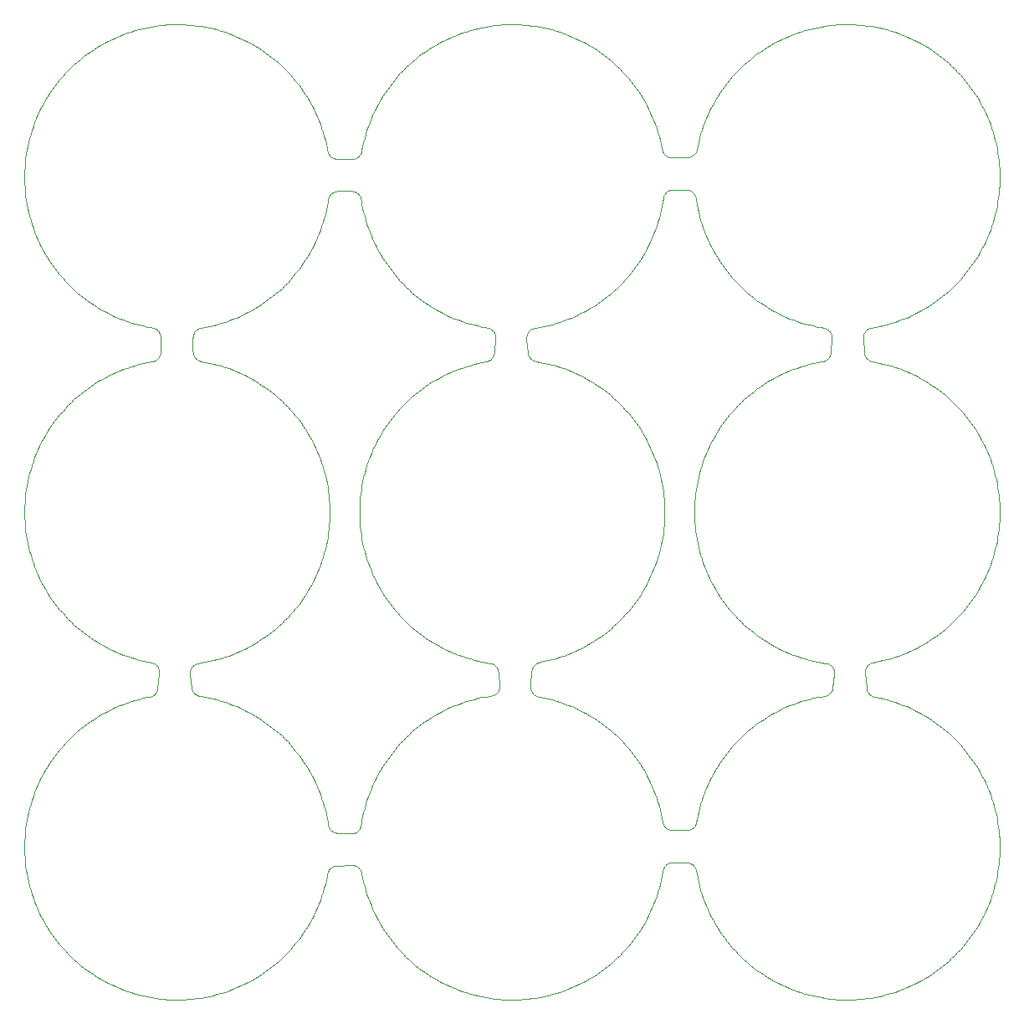
<source format=gko>
%MOIN*%
%OFA0B0*%
%FSLAX44Y44*%
%IPPOS*%
%LPD*%
%ADD10C,0*%
D10*
X00025453Y00031943D02*
X00025453Y00031943D01*
X00025458Y00031970D01*
X00025466Y00031997D01*
X00025475Y00032024D01*
X00025485Y00032050D01*
X00025498Y00032075D01*
X00025513Y00032099D01*
X00025529Y00032122D01*
X00025547Y00032144D01*
X00025566Y00032164D01*
X00025586Y00032183D01*
X00025608Y00032201D01*
X00025632Y00032216D01*
X00025656Y00032231D01*
X00025681Y00032243D01*
X00025707Y00032254D01*
X00025734Y00032262D01*
X00025761Y00032269D01*
X00025788Y00032274D01*
X00025816Y00032277D01*
X00025844Y00032278D01*
X00026362Y00032275D01*
X00026390Y00032274D01*
X00026418Y00032271D01*
X00026445Y00032266D01*
X00026473Y00032259D01*
X00026499Y00032250D01*
X00026525Y00032239D01*
X00026550Y00032226D01*
X00026574Y00032212D01*
X00026598Y00032195D01*
X00026619Y00032178D01*
X00026640Y00032158D01*
X00026659Y00032138D01*
X00026676Y00032116D01*
X00026692Y00032092D01*
X00026707Y00032068D01*
X00026719Y00032043D01*
X00026730Y00032017D01*
X00026738Y00031990D01*
X00026745Y00031963D01*
X00026750Y00031935D01*
X00026759Y00031868D01*
X00026786Y00031705D01*
X00026817Y00031543D01*
X00026853Y00031381D01*
X00026893Y00031220D01*
X00026937Y00031061D01*
X00026986Y00030903D01*
X00027039Y00030746D01*
X00027097Y00030591D01*
X00027158Y00030437D01*
X00027224Y00030286D01*
X00027293Y00030136D01*
X00027367Y00029988D01*
X00027445Y00029842D01*
X00027527Y00029698D01*
X00027612Y00029556D01*
X00027702Y00029417D01*
X00027795Y00029280D01*
X00027892Y00029146D01*
X00027992Y00029015D01*
X00028096Y00028886D01*
X00028204Y00028760D01*
X00028315Y00028637D01*
X00028429Y00028518D01*
X00028546Y00028401D01*
X00028667Y00028288D01*
X00028790Y00028178D01*
X00028917Y00028071D01*
X00029046Y00027968D01*
X00029178Y00027868D01*
X00029313Y00027772D01*
X00029451Y00027680D01*
X00029590Y00027592D01*
X00029732Y00027507D01*
X00029877Y00027426D01*
X00030023Y00027349D01*
X00030172Y00027277D01*
X00030322Y00027208D01*
X00030475Y00027143D01*
X00030629Y00027083D01*
X00030784Y00027027D01*
X00030941Y00026975D01*
X00031100Y00026927D01*
X00031259Y00026884D01*
X00031420Y00026845D01*
X00031582Y00026810D01*
X00031745Y00026780D01*
X00031835Y00026766D01*
X00031864Y00026760D01*
X00031892Y00026752D01*
X00031919Y00026742D01*
X00031946Y00026731D01*
X00031972Y00026717D01*
X00031996Y00026701D01*
X00032020Y00026684D01*
X00032042Y00026665D01*
X00032062Y00026644D01*
X00032081Y00026622D01*
X00032099Y00026599D01*
X00032114Y00026574D01*
X00032128Y00026548D01*
X00032140Y00026522D01*
X00032149Y00026494D01*
X00032157Y00026466D01*
X00032163Y00026438D01*
X00032166Y00026409D01*
X00032167Y00026379D01*
X00032167Y00026350D01*
X00032129Y00025795D01*
X00032127Y00025768D01*
X00032122Y00025742D01*
X00032116Y00025716D01*
X00032108Y00025691D01*
X00032099Y00025666D01*
X00032087Y00025642D01*
X00032074Y00025619D01*
X00032060Y00025597D01*
X00032044Y00025575D01*
X00032027Y00025555D01*
X00032009Y00025536D01*
X00031989Y00025519D01*
X00031968Y00025502D01*
X00031946Y00025487D01*
X00031923Y00025474D01*
X00031899Y00025462D01*
X00031875Y00025452D01*
X00031849Y00025444D01*
X00031824Y00025437D01*
X00031798Y00025432D01*
X00031745Y00025424D01*
X00031582Y00025393D01*
X00031420Y00025359D01*
X00031259Y00025320D01*
X00031100Y00025276D01*
X00030941Y00025229D01*
X00030784Y00025177D01*
X00030629Y00025120D01*
X00030475Y00025060D01*
X00030322Y00024995D01*
X00030172Y00024927D01*
X00030023Y00024854D01*
X00029877Y00024777D01*
X00029732Y00024696D01*
X00029590Y00024612D01*
X00029451Y00024523D01*
X00029313Y00024431D01*
X00029178Y00024335D01*
X00029046Y00024235D01*
X00028917Y00024132D01*
X00028790Y00024026D01*
X00028667Y00023915D01*
X00028546Y00023802D01*
X00028429Y00023686D01*
X00028315Y00023566D01*
X00028204Y00023443D01*
X00028096Y00023317D01*
X00027992Y00023189D01*
X00027892Y00023057D01*
X00027795Y00022923D01*
X00027702Y00022786D01*
X00027612Y00022647D01*
X00027527Y00022506D01*
X00027445Y00022362D01*
X00027367Y00022216D01*
X00027293Y00022068D01*
X00027224Y00021918D01*
X00027158Y00021766D01*
X00027097Y00021612D01*
X00027039Y00021457D01*
X00026986Y00021300D01*
X00026937Y00021142D01*
X00026893Y00020983D01*
X00026853Y00020822D01*
X00026817Y00020661D01*
X00026786Y00020498D01*
X00026759Y00020335D01*
X00026737Y00020171D01*
X00026719Y00020007D01*
X00026705Y00019842D01*
X00026696Y00019677D01*
X00026692Y00019511D01*
X00026692Y00019346D01*
X00026696Y00019180D01*
X00026705Y00019015D01*
X00026719Y00018850D01*
X00026737Y00018686D01*
X00026759Y00018522D01*
X00026786Y00018359D01*
X00026817Y00018196D01*
X00026853Y00018035D01*
X00026893Y00017874D01*
X00026937Y00017715D01*
X00026986Y00017557D01*
X00027039Y00017400D01*
X00027097Y00017245D01*
X00027158Y00017091D01*
X00027224Y00016939D01*
X00027293Y00016789D01*
X00027367Y00016641D01*
X00027445Y00016495D01*
X00027527Y00016351D01*
X00027612Y00016210D01*
X00027702Y00016071D01*
X00027795Y00015934D01*
X00027892Y00015800D01*
X00027992Y00015668D01*
X00028096Y00015540D01*
X00028204Y00015414D01*
X00028315Y00015291D01*
X00028429Y00015171D01*
X00028546Y00015055D01*
X00028667Y00014941D01*
X00028790Y00014831D01*
X00028917Y00014725D01*
X00029046Y00014622D01*
X00029178Y00014522D01*
X00029313Y00014426D01*
X00029451Y00014334D01*
X00029590Y00014245D01*
X00029732Y00014161D01*
X00029877Y00014080D01*
X00030023Y00014003D01*
X00030172Y00013930D01*
X00030322Y00013862D01*
X00030475Y00013797D01*
X00030629Y00013736D01*
X00030784Y00013680D01*
X00030941Y00013628D01*
X00031100Y00013581D01*
X00031259Y00013537D01*
X00031420Y00013498D01*
X00031582Y00013464D01*
X00031745Y00013433D01*
X00031908Y00013408D01*
X00031927Y00013405D01*
X00031957Y00013400D01*
X00031987Y00013393D01*
X00032016Y00013383D01*
X00032045Y00013371D01*
X00032072Y00013357D01*
X00032098Y00013340D01*
X00032122Y00013322D01*
X00032146Y00013302D01*
X00032167Y00013280D01*
X00032187Y00013257D01*
X00032205Y00013232D01*
X00032221Y00013205D01*
X00032235Y00013178D01*
X00032246Y00013149D01*
X00032256Y00013120D01*
X00032263Y00013090D01*
X00032267Y00013060D01*
X00032270Y00013029D01*
X00032270Y00012999D01*
X00032267Y00012968D01*
X00032204Y00012440D01*
X00032200Y00012415D01*
X00032195Y00012390D01*
X00032188Y00012365D01*
X00032179Y00012341D01*
X00032169Y00012318D01*
X00032157Y00012295D01*
X00032144Y00012273D01*
X00032130Y00012252D01*
X00032114Y00012232D01*
X00032097Y00012213D01*
X00032078Y00012196D01*
X00032059Y00012179D01*
X00032039Y00012164D01*
X00032017Y00012150D01*
X00031995Y00012137D01*
X00031972Y00012126D01*
X00031948Y00012117D01*
X00031924Y00012109D01*
X00031899Y00012102D01*
X00031874Y00012098D01*
X00031745Y00012077D01*
X00031582Y00012047D01*
X00031420Y00012012D01*
X00031259Y00011973D01*
X00031100Y00011930D01*
X00030941Y00011882D01*
X00030784Y00011830D01*
X00030629Y00011774D01*
X00030475Y00011714D01*
X00030322Y00011649D01*
X00030172Y00011580D01*
X00030023Y00011508D01*
X00029877Y00011431D01*
X00029732Y00011350D01*
X00029590Y00011265D01*
X00029451Y00011177D01*
X00029313Y00011085D01*
X00029178Y00010989D01*
X00029046Y00010889D01*
X00028917Y00010786D01*
X00028790Y00010679D01*
X00028667Y00010569D01*
X00028546Y00010456D01*
X00028429Y00010339D01*
X00028315Y00010219D01*
X00028204Y00010097D01*
X00028096Y00009971D01*
X00027992Y00009842D01*
X00027892Y00009711D01*
X00027795Y00009577D01*
X00027702Y00009440D01*
X00027612Y00009301D01*
X00027527Y00009159D01*
X00027445Y00009015D01*
X00027367Y00008869D01*
X00027293Y00008721D01*
X00027224Y00008571D01*
X00027158Y00008419D01*
X00027097Y00008266D01*
X00027039Y00008111D01*
X00026986Y00007954D01*
X00026937Y00007796D01*
X00026893Y00007636D01*
X00026853Y00007476D01*
X00026817Y00007314D01*
X00026786Y00007152D01*
X00026775Y00007085D01*
X00026769Y00007058D01*
X00026762Y00007032D01*
X00026753Y00007005D01*
X00026742Y00006980D01*
X00026729Y00006956D01*
X00026715Y00006932D01*
X00026699Y00006910D01*
X00026681Y00006888D01*
X00026662Y00006868D01*
X00026642Y00006850D01*
X00026620Y00006832D01*
X00026598Y00006817D01*
X00026574Y00006803D01*
X00026549Y00006791D01*
X00026523Y00006780D01*
X00026497Y00006771D01*
X00026470Y00006765D01*
X00026443Y00006760D01*
X00026416Y00006757D01*
X00026388Y00006755D01*
X00025818Y00006753D01*
X00025790Y00006754D01*
X00025763Y00006756D01*
X00025736Y00006761D01*
X00025709Y00006768D01*
X00025683Y00006776D01*
X00025657Y00006786D01*
X00025633Y00006798D01*
X00025609Y00006812D01*
X00025586Y00006827D01*
X00025564Y00006844D01*
X00025544Y00006862D01*
X00025524Y00006882D01*
X00025507Y00006903D01*
X00025490Y00006925D01*
X00025476Y00006949D01*
X00025463Y00006973D01*
X00025451Y00006998D01*
X00025442Y00007024D01*
X00025434Y00007050D01*
X00025428Y00007077D01*
X00025401Y00007233D01*
X00025367Y00007395D01*
X00025329Y00007556D01*
X00025287Y00007716D01*
X00025240Y00007875D01*
X00025189Y00008032D01*
X00025134Y00008188D01*
X00025075Y00008343D01*
X00025011Y00008496D01*
X00024944Y00008647D01*
X00024872Y00008796D01*
X00024796Y00008943D01*
X00024716Y00009088D01*
X00024632Y00009230D01*
X00024545Y00009371D01*
X00024454Y00009509D01*
X00024359Y00009644D01*
X00024260Y00009777D01*
X00024158Y00009907D01*
X00024052Y00010034D01*
X00023943Y00010158D01*
X00023830Y00010280D01*
X00023714Y00010398D01*
X00023595Y00010513D01*
X00023473Y00010625D01*
X00023348Y00010733D01*
X00023220Y00010838D01*
X00023090Y00010939D01*
X00022956Y00011037D01*
X00022820Y00011131D01*
X00022681Y00011222D01*
X00022541Y00011308D01*
X00022397Y00011391D01*
X00022252Y00011470D01*
X00022104Y00011544D01*
X00021955Y00011615D01*
X00021803Y00011682D01*
X00021650Y00011744D01*
X00021495Y00011803D01*
X00021339Y00011857D01*
X00021181Y00011907D01*
X00021022Y00011952D01*
X00020862Y00011993D01*
X00020701Y00012030D01*
X00020538Y00012063D01*
X00020492Y00012071D01*
X00020464Y00012077D01*
X00020436Y00012085D01*
X00020409Y00012095D01*
X00020382Y00012107D01*
X00020357Y00012121D01*
X00020332Y00012136D01*
X00020309Y00012154D01*
X00020288Y00012173D01*
X00020267Y00012194D01*
X00020249Y00012216D01*
X00020232Y00012240D01*
X00020216Y00012265D01*
X00020203Y00012290D01*
X00020192Y00012317D01*
X00020182Y00012344D01*
X00020175Y00012373D01*
X00020169Y00012401D01*
X00020166Y00012430D01*
X00020165Y00012459D01*
X00020166Y00012488D01*
X00020211Y00013089D01*
X00020214Y00013115D01*
X00020219Y00013141D01*
X00020225Y00013166D01*
X00020233Y00013191D01*
X00020242Y00013215D01*
X00020254Y00013239D01*
X00020266Y00013262D01*
X00020280Y00013284D01*
X00020296Y00013305D01*
X00020313Y00013325D01*
X00020331Y00013343D01*
X00020350Y00013361D01*
X00020371Y00013377D01*
X00020392Y00013392D01*
X00020415Y00013405D01*
X00020438Y00013417D01*
X00020462Y00013427D01*
X00020487Y00013436D01*
X00020512Y00013443D01*
X00020537Y00013448D01*
X00020538Y00013448D01*
X00020701Y00013480D01*
X00020862Y00013517D01*
X00021022Y00013558D01*
X00021181Y00013604D01*
X00021339Y00013654D01*
X00021495Y00013708D01*
X00021650Y00013766D01*
X00021803Y00013829D01*
X00021955Y00013895D01*
X00022104Y00013966D01*
X00022252Y00014041D01*
X00022397Y00014120D01*
X00022541Y00014202D01*
X00022681Y00014289D01*
X00022820Y00014379D01*
X00022956Y00014474D01*
X00023090Y00014571D01*
X00023220Y00014673D01*
X00023348Y00014778D01*
X00023473Y00014886D01*
X00023595Y00014998D01*
X00023714Y00015113D01*
X00023830Y00015231D01*
X00023943Y00015352D01*
X00024052Y00015476D01*
X00024158Y00015604D01*
X00024260Y00015734D01*
X00024359Y00015867D01*
X00024454Y00016002D01*
X00024545Y00016140D01*
X00024632Y00016280D01*
X00024716Y00016423D01*
X00024796Y00016568D01*
X00024872Y00016715D01*
X00024944Y00016864D01*
X00025011Y00017015D01*
X00025075Y00017168D01*
X00025134Y00017322D01*
X00025189Y00017478D01*
X00025240Y00017636D01*
X00025287Y00017794D01*
X00025329Y00017954D01*
X00025367Y00018115D01*
X00025401Y00018277D01*
X00025430Y00018440D01*
X00025454Y00018604D01*
X00025475Y00018768D01*
X00025490Y00018933D01*
X00025502Y00019098D01*
X00025508Y00019263D01*
X00025511Y00019428D01*
X00025508Y00019594D01*
X00025502Y00019759D01*
X00025490Y00019924D01*
X00025475Y00020089D01*
X00025454Y00020253D01*
X00025430Y00020417D01*
X00025401Y00020580D01*
X00025367Y00020742D01*
X00025329Y00020903D01*
X00025287Y00021063D01*
X00025240Y00021221D01*
X00025189Y00021379D01*
X00025134Y00021535D01*
X00025075Y00021689D01*
X00025011Y00021842D01*
X00024944Y00021993D01*
X00024872Y00022142D01*
X00024796Y00022289D01*
X00024716Y00022434D01*
X00024632Y00022577D01*
X00024545Y00022717D01*
X00024454Y00022855D01*
X00024359Y00022990D01*
X00024260Y00023123D01*
X00024158Y00023253D01*
X00024052Y00023380D01*
X00023943Y00023505D01*
X00023830Y00023626D01*
X00023714Y00023744D01*
X00023595Y00023859D01*
X00023473Y00023971D01*
X00023348Y00024079D01*
X00023220Y00024184D01*
X00023090Y00024286D01*
X00022956Y00024383D01*
X00022820Y00024477D01*
X00022681Y00024568D01*
X00022541Y00024654D01*
X00022397Y00024737D01*
X00022252Y00024816D01*
X00022104Y00024891D01*
X00021955Y00024962D01*
X00021803Y00025028D01*
X00021650Y00025091D01*
X00021495Y00025149D01*
X00021339Y00025203D01*
X00021181Y00025253D01*
X00021022Y00025299D01*
X00020862Y00025340D01*
X00020701Y00025377D01*
X00020538Y00025409D01*
X00020380Y00025436D01*
X00020355Y00025441D01*
X00020330Y00025448D01*
X00020306Y00025457D01*
X00020282Y00025467D01*
X00020259Y00025478D01*
X00020236Y00025491D01*
X00020215Y00025506D01*
X00020195Y00025522D01*
X00020175Y00025539D01*
X00020157Y00025558D01*
X00020140Y00025577D01*
X00020125Y00025598D01*
X00020111Y00025619D01*
X00020098Y00025642D01*
X00020087Y00025665D01*
X00020077Y00025689D01*
X00020069Y00025714D01*
X00020063Y00025739D01*
X00020058Y00025764D01*
X00020055Y00025790D01*
X00020007Y00026338D01*
X00020006Y00026368D01*
X00020006Y00026397D01*
X00020009Y00026427D01*
X00020015Y00026456D01*
X00020022Y00026485D01*
X00020032Y00026513D01*
X00020044Y00026541D01*
X00020057Y00026567D01*
X00020073Y00026593D01*
X00020091Y00026617D01*
X00020110Y00026639D01*
X00020131Y00026660D01*
X00020154Y00026680D01*
X00020178Y00026698D01*
X00020203Y00026713D01*
X00020230Y00026727D01*
X00020257Y00026739D01*
X00020285Y00026749D01*
X00020314Y00026756D01*
X00020343Y00026762D01*
X00020375Y00026766D01*
X00020538Y00026794D01*
X00020701Y00026827D01*
X00020862Y00026864D01*
X00021022Y00026905D01*
X00021181Y00026950D01*
X00021339Y00027000D01*
X00021495Y00027054D01*
X00021650Y00027113D01*
X00021803Y00027175D01*
X00021955Y00027242D01*
X00022104Y00027313D01*
X00022252Y00027387D01*
X00022397Y00027466D01*
X00022541Y00027549D01*
X00022681Y00027635D01*
X00022820Y00027726D01*
X00022956Y00027820D01*
X00023090Y00027918D01*
X00023220Y00028019D01*
X00023348Y00028124D01*
X00023473Y00028232D01*
X00023595Y00028344D01*
X00023714Y00028459D01*
X00023830Y00028577D01*
X00023943Y00028699D01*
X00024052Y00028823D01*
X00024158Y00028950D01*
X00024260Y00029080D01*
X00024359Y00029213D01*
X00024454Y00029348D01*
X00024545Y00029486D01*
X00024632Y00029627D01*
X00024716Y00029769D01*
X00024796Y00029914D01*
X00024872Y00030061D01*
X00024944Y00030210D01*
X00025011Y00030361D01*
X00025075Y00030514D01*
X00025134Y00030669D01*
X00025189Y00030824D01*
X00025240Y00030982D01*
X00025287Y00031141D01*
X00025329Y00031301D01*
X00025367Y00031462D01*
X00025401Y00031624D01*
X00025430Y00031787D01*
X00025453Y00031943D01*
X00012097Y00031878D02*
X00012097Y00031878D01*
X00012097Y00031878D01*
X00012103Y00031905D01*
X00012110Y00031932D01*
X00012118Y00031958D01*
X00012129Y00031984D01*
X00012142Y00032009D01*
X00012156Y00032033D01*
X00012172Y00032055D01*
X00012189Y00032077D01*
X00012208Y00032097D01*
X00012228Y00032116D01*
X00012250Y00032134D01*
X00012273Y00032150D01*
X00012297Y00032164D01*
X00012322Y00032176D01*
X00012347Y00032187D01*
X00012373Y00032196D01*
X00012400Y00032203D01*
X00012428Y00032208D01*
X00012455Y00032212D01*
X00012483Y00032213D01*
X00013018Y00032218D01*
X00013046Y00032217D01*
X00013075Y00032214D01*
X00013103Y00032210D01*
X00013130Y00032203D01*
X00013157Y00032194D01*
X00013183Y00032183D01*
X00013209Y00032170D01*
X00013233Y00032156D01*
X00013257Y00032140D01*
X00013279Y00032122D01*
X00013300Y00032103D01*
X00013319Y00032082D01*
X00013337Y00032060D01*
X00013353Y00032036D01*
X00013368Y00032012D01*
X00013380Y00031986D01*
X00013391Y00031960D01*
X00013400Y00031933D01*
X00013407Y00031906D01*
X00013412Y00031878D01*
X00013413Y00031868D01*
X00013440Y00031705D01*
X00013471Y00031543D01*
X00013507Y00031381D01*
X00013547Y00031220D01*
X00013591Y00031061D01*
X00013640Y00030903D01*
X00013693Y00030746D01*
X00013750Y00030591D01*
X00013812Y00030437D01*
X00013878Y00030286D01*
X00013947Y00030136D01*
X00014021Y00029988D01*
X00014099Y00029842D01*
X00014181Y00029698D01*
X00014266Y00029556D01*
X00014356Y00029417D01*
X00014449Y00029280D01*
X00014546Y00029146D01*
X00014646Y00029015D01*
X00014750Y00028886D01*
X00014858Y00028760D01*
X00014969Y00028637D01*
X00015083Y00028518D01*
X00015200Y00028401D01*
X00015321Y00028288D01*
X00015444Y00028178D01*
X00015571Y00028071D01*
X00015700Y00027968D01*
X00015832Y00027868D01*
X00015967Y00027772D01*
X00016104Y00027680D01*
X00016244Y00027592D01*
X00016386Y00027507D01*
X00016531Y00027426D01*
X00016677Y00027349D01*
X00016826Y00027277D01*
X00016976Y00027208D01*
X00017129Y00027143D01*
X00017283Y00027083D01*
X00017438Y00027027D01*
X00017595Y00026975D01*
X00017754Y00026927D01*
X00017913Y00026884D01*
X00018074Y00026845D01*
X00018236Y00026810D01*
X00018399Y00026780D01*
X00018435Y00026774D01*
X00018464Y00026768D01*
X00018493Y00026760D01*
X00018520Y00026751D01*
X00018547Y00026739D01*
X00018573Y00026725D01*
X00018598Y00026709D01*
X00018622Y00026691D01*
X00018644Y00026672D01*
X00018665Y00026651D01*
X00018684Y00026628D01*
X00018701Y00026604D01*
X00018717Y00026579D01*
X00018730Y00026553D01*
X00018742Y00026526D01*
X00018751Y00026498D01*
X00018759Y00026469D01*
X00018764Y00026440D01*
X00018767Y00026411D01*
X00018768Y00026382D01*
X00018766Y00026352D01*
X00018718Y00025777D01*
X00018715Y00025752D01*
X00018710Y00025727D01*
X00018704Y00025702D01*
X00018696Y00025677D01*
X00018687Y00025654D01*
X00018676Y00025630D01*
X00018663Y00025608D01*
X00018649Y00025586D01*
X00018634Y00025566D01*
X00018618Y00025546D01*
X00018600Y00025528D01*
X00018581Y00025511D01*
X00018561Y00025495D01*
X00018540Y00025480D01*
X00018518Y00025467D01*
X00018495Y00025455D01*
X00018471Y00025445D01*
X00018447Y00025436D01*
X00018423Y00025429D01*
X00018397Y00025423D01*
X00018236Y00025393D01*
X00018074Y00025359D01*
X00017913Y00025320D01*
X00017754Y00025276D01*
X00017595Y00025229D01*
X00017438Y00025177D01*
X00017283Y00025120D01*
X00017129Y00025060D01*
X00016976Y00024995D01*
X00016826Y00024927D01*
X00016677Y00024854D01*
X00016531Y00024777D01*
X00016386Y00024696D01*
X00016244Y00024612D01*
X00016104Y00024523D01*
X00015967Y00024431D01*
X00015832Y00024335D01*
X00015700Y00024235D01*
X00015571Y00024132D01*
X00015444Y00024026D01*
X00015321Y00023915D01*
X00015200Y00023802D01*
X00015083Y00023686D01*
X00014969Y00023566D01*
X00014858Y00023443D01*
X00014750Y00023317D01*
X00014646Y00023189D01*
X00014546Y00023057D01*
X00014449Y00022923D01*
X00014356Y00022786D01*
X00014266Y00022647D01*
X00014181Y00022506D01*
X00014099Y00022362D01*
X00014021Y00022216D01*
X00013947Y00022068D01*
X00013878Y00021918D01*
X00013812Y00021766D01*
X00013750Y00021612D01*
X00013693Y00021457D01*
X00013640Y00021300D01*
X00013591Y00021142D01*
X00013547Y00020983D01*
X00013507Y00020822D01*
X00013471Y00020661D01*
X00013440Y00020498D01*
X00013413Y00020335D01*
X00013391Y00020171D01*
X00013373Y00020007D01*
X00013359Y00019842D01*
X00013350Y00019677D01*
X00013346Y00019511D01*
X00013346Y00019346D01*
X00013350Y00019180D01*
X00013359Y00019015D01*
X00013373Y00018850D01*
X00013391Y00018686D01*
X00013413Y00018522D01*
X00013440Y00018359D01*
X00013471Y00018196D01*
X00013507Y00018035D01*
X00013547Y00017874D01*
X00013591Y00017715D01*
X00013640Y00017557D01*
X00013693Y00017400D01*
X00013750Y00017245D01*
X00013812Y00017091D01*
X00013878Y00016939D01*
X00013947Y00016789D01*
X00014021Y00016641D01*
X00014099Y00016495D01*
X00014181Y00016351D01*
X00014266Y00016210D01*
X00014356Y00016071D01*
X00014449Y00015934D01*
X00014546Y00015800D01*
X00014646Y00015668D01*
X00014750Y00015540D01*
X00014858Y00015414D01*
X00014969Y00015291D01*
X00015083Y00015171D01*
X00015200Y00015055D01*
X00015321Y00014941D01*
X00015444Y00014831D01*
X00015571Y00014725D01*
X00015700Y00014622D01*
X00015832Y00014522D01*
X00015967Y00014426D01*
X00016104Y00014334D01*
X00016244Y00014245D01*
X00016386Y00014161D01*
X00016531Y00014080D01*
X00016677Y00014003D01*
X00016826Y00013930D01*
X00016976Y00013862D01*
X00017129Y00013797D01*
X00017283Y00013736D01*
X00017438Y00013680D01*
X00017595Y00013628D01*
X00017754Y00013581D01*
X00017913Y00013537D01*
X00018074Y00013498D01*
X00018236Y00013464D01*
X00018399Y00013433D01*
X00018550Y00013410D01*
X00018575Y00013405D01*
X00018600Y00013398D01*
X00018625Y00013390D01*
X00018649Y00013380D01*
X00018672Y00013369D01*
X00018695Y00013356D01*
X00018716Y00013342D01*
X00018737Y00013326D01*
X00018756Y00013309D01*
X00018775Y00013291D01*
X00018792Y00013272D01*
X00018808Y00013252D01*
X00018822Y00013230D01*
X00018835Y00013208D01*
X00018847Y00013185D01*
X00018857Y00013161D01*
X00018865Y00013136D01*
X00018872Y00013112D01*
X00018877Y00013086D01*
X00018880Y00013061D01*
X00018934Y00012537D01*
X00018936Y00012507D01*
X00018935Y00012477D01*
X00018933Y00012446D01*
X00018928Y00012417D01*
X00018920Y00012387D01*
X00018911Y00012358D01*
X00018899Y00012330D01*
X00018885Y00012303D01*
X00018869Y00012277D01*
X00018851Y00012253D01*
X00018831Y00012230D01*
X00018810Y00012208D01*
X00018787Y00012189D01*
X00018762Y00012171D01*
X00018736Y00012155D01*
X00018709Y00012141D01*
X00018681Y00012129D01*
X00018652Y00012119D01*
X00018623Y00012112D01*
X00018593Y00012107D01*
X00018562Y00012103D01*
X00018399Y00012077D01*
X00018236Y00012047D01*
X00018074Y00012012D01*
X00017913Y00011973D01*
X00017754Y00011930D01*
X00017595Y00011882D01*
X00017438Y00011830D01*
X00017283Y00011774D01*
X00017129Y00011714D01*
X00016976Y00011649D01*
X00016826Y00011580D01*
X00016677Y00011508D01*
X00016531Y00011431D01*
X00016386Y00011350D01*
X00016244Y00011265D01*
X00016104Y00011177D01*
X00015967Y00011085D01*
X00015832Y00010989D01*
X00015700Y00010889D01*
X00015571Y00010786D01*
X00015444Y00010679D01*
X00015321Y00010569D01*
X00015200Y00010456D01*
X00015083Y00010339D01*
X00014969Y00010219D01*
X00014858Y00010097D01*
X00014750Y00009971D01*
X00014646Y00009842D01*
X00014546Y00009711D01*
X00014449Y00009577D01*
X00014356Y00009440D01*
X00014266Y00009301D01*
X00014181Y00009159D01*
X00014099Y00009015D01*
X00014021Y00008869D01*
X00013947Y00008721D01*
X00013878Y00008571D01*
X00013812Y00008419D01*
X00013750Y00008266D01*
X00013693Y00008111D01*
X00013640Y00007954D01*
X00013591Y00007796D01*
X00013547Y00007636D01*
X00013507Y00007476D01*
X00013471Y00007314D01*
X00013440Y00007152D01*
X00013413Y00006989D01*
X00013409Y00006957D01*
X00013404Y00006928D01*
X00013396Y00006900D01*
X00013387Y00006872D01*
X00013376Y00006845D01*
X00013363Y00006820D01*
X00013348Y00006795D01*
X00013331Y00006771D01*
X00013313Y00006748D01*
X00013293Y00006727D01*
X00013271Y00006708D01*
X00013248Y00006690D01*
X00013224Y00006674D01*
X00013199Y00006660D01*
X00013172Y00006648D01*
X00013145Y00006637D01*
X00013117Y00006629D01*
X00013089Y00006623D01*
X00013060Y00006619D01*
X00013031Y00006617D01*
X00013002Y00006617D01*
X00012471Y00006639D01*
X00012444Y00006641D01*
X00012417Y00006645D01*
X00012391Y00006650D01*
X00012365Y00006658D01*
X00012339Y00006667D01*
X00012314Y00006678D01*
X00012290Y00006691D01*
X00012267Y00006706D01*
X00012245Y00006722D01*
X00012225Y00006739D01*
X00012205Y00006758D01*
X00012187Y00006778D01*
X00012170Y00006799D01*
X00012155Y00006822D01*
X00012141Y00006845D01*
X00012129Y00006869D01*
X00012119Y00006895D01*
X00012110Y00006920D01*
X00012103Y00006947D01*
X00012098Y00006973D01*
X00012084Y00007070D01*
X00012055Y00007233D01*
X00012021Y00007395D01*
X00011983Y00007556D01*
X00011941Y00007716D01*
X00011894Y00007875D01*
X00011843Y00008032D01*
X00011788Y00008188D01*
X00011729Y00008343D01*
X00011665Y00008496D01*
X00011597Y00008647D01*
X00011526Y00008796D01*
X00011450Y00008943D01*
X00011370Y00009088D01*
X00011286Y00009230D01*
X00011199Y00009371D01*
X00011108Y00009509D01*
X00011012Y00009644D01*
X00010914Y00009777D01*
X00010811Y00009907D01*
X00010706Y00010034D01*
X00010597Y00010158D01*
X00010484Y00010280D01*
X00010368Y00010398D01*
X00010249Y00010513D01*
X00010127Y00010625D01*
X00010002Y00010733D01*
X00009874Y00010838D01*
X00009743Y00010939D01*
X00009610Y00011037D01*
X00009474Y00011131D01*
X00009335Y00011222D01*
X00009194Y00011308D01*
X00009051Y00011391D01*
X00008906Y00011470D01*
X00008758Y00011544D01*
X00008609Y00011615D01*
X00008457Y00011682D01*
X00008304Y00011744D01*
X00008149Y00011803D01*
X00007993Y00011857D01*
X00007835Y00011907D01*
X00007676Y00011952D01*
X00007516Y00011993D01*
X00007354Y00012030D01*
X00007192Y00012063D01*
X00007029Y00012091D01*
X00006994Y00012096D01*
X00006969Y00012100D01*
X00006944Y00012106D01*
X00006919Y00012114D01*
X00006895Y00012124D01*
X00006871Y00012135D01*
X00006849Y00012147D01*
X00006827Y00012161D01*
X00006806Y00012176D01*
X00006787Y00012193D01*
X00006768Y00012211D01*
X00006751Y00012230D01*
X00006734Y00012250D01*
X00006720Y00012271D01*
X00006706Y00012294D01*
X00006695Y00012317D01*
X00006684Y00012340D01*
X00006675Y00012365D01*
X00006668Y00012389D01*
X00006663Y00012415D01*
X00006659Y00012440D01*
X00006598Y00012971D01*
X00006595Y00013002D01*
X00006595Y00013032D01*
X00006598Y00013062D01*
X00006602Y00013092D01*
X00006609Y00013122D01*
X00006619Y00013151D01*
X00006630Y00013179D01*
X00006644Y00013206D01*
X00006659Y00013232D01*
X00006677Y00013257D01*
X00006696Y00013280D01*
X00006718Y00013302D01*
X00006740Y00013322D01*
X00006765Y00013340D01*
X00006790Y00013356D01*
X00006817Y00013371D01*
X00006845Y00013383D01*
X00006874Y00013393D01*
X00006903Y00013401D01*
X00006933Y00013406D01*
X00007029Y00013420D01*
X00007192Y00013448D01*
X00007354Y00013480D01*
X00007516Y00013517D01*
X00007676Y00013558D01*
X00007835Y00013604D01*
X00007993Y00013654D01*
X00008149Y00013708D01*
X00008304Y00013766D01*
X00008457Y00013829D01*
X00008609Y00013895D01*
X00008758Y00013966D01*
X00008906Y00014041D01*
X00009051Y00014120D01*
X00009194Y00014202D01*
X00009335Y00014289D01*
X00009474Y00014379D01*
X00009610Y00014474D01*
X00009743Y00014571D01*
X00009874Y00014673D01*
X00010002Y00014778D01*
X00010127Y00014886D01*
X00010249Y00014998D01*
X00010368Y00015113D01*
X00010484Y00015231D01*
X00010597Y00015352D01*
X00010706Y00015476D01*
X00010811Y00015604D01*
X00010914Y00015734D01*
X00011012Y00015867D01*
X00011108Y00016002D01*
X00011199Y00016140D01*
X00011286Y00016280D01*
X00011370Y00016423D01*
X00011450Y00016568D01*
X00011526Y00016715D01*
X00011597Y00016864D01*
X00011665Y00017015D01*
X00011729Y00017168D01*
X00011788Y00017322D01*
X00011843Y00017478D01*
X00011894Y00017636D01*
X00011941Y00017794D01*
X00011983Y00017954D01*
X00012021Y00018115D01*
X00012055Y00018277D01*
X00012084Y00018440D01*
X00012108Y00018604D01*
X00012128Y00018768D01*
X00012144Y00018933D01*
X00012155Y00019098D01*
X00012162Y00019263D01*
X00012164Y00019428D01*
X00012162Y00019594D01*
X00012155Y00019759D01*
X00012144Y00019924D01*
X00012128Y00020089D01*
X00012108Y00020253D01*
X00012084Y00020417D01*
X00012055Y00020580D01*
X00012021Y00020742D01*
X00011983Y00020903D01*
X00011941Y00021063D01*
X00011894Y00021221D01*
X00011843Y00021379D01*
X00011788Y00021535D01*
X00011729Y00021689D01*
X00011665Y00021842D01*
X00011597Y00021993D01*
X00011526Y00022142D01*
X00011450Y00022289D01*
X00011370Y00022434D01*
X00011286Y00022577D01*
X00011199Y00022717D01*
X00011108Y00022855D01*
X00011012Y00022990D01*
X00010914Y00023123D01*
X00010811Y00023253D01*
X00010706Y00023380D01*
X00010597Y00023505D01*
X00010484Y00023626D01*
X00010368Y00023744D01*
X00010249Y00023859D01*
X00010127Y00023971D01*
X00010002Y00024079D01*
X00009874Y00024184D01*
X00009743Y00024286D01*
X00009610Y00024383D01*
X00009474Y00024477D01*
X00009335Y00024568D01*
X00009194Y00024654D01*
X00009051Y00024737D01*
X00008906Y00024816D01*
X00008758Y00024891D01*
X00008609Y00024962D01*
X00008457Y00025028D01*
X00008304Y00025091D01*
X00008149Y00025149D01*
X00007993Y00025203D01*
X00007835Y00025253D01*
X00007676Y00025299D01*
X00007516Y00025340D01*
X00007354Y00025377D01*
X00007192Y00025409D01*
X00007038Y00025436D01*
X00007011Y00025441D01*
X00006984Y00025449D01*
X00006958Y00025458D01*
X00006933Y00025469D01*
X00006909Y00025482D01*
X00006885Y00025496D01*
X00006863Y00025513D01*
X00006842Y00025530D01*
X00006822Y00025549D01*
X00006803Y00025570D01*
X00006786Y00025592D01*
X00006771Y00025614D01*
X00006757Y00025638D01*
X00006745Y00025663D01*
X00006734Y00025689D01*
X00006726Y00025715D01*
X00006719Y00025742D01*
X00006714Y00025769D01*
X00006712Y00025796D01*
X00006711Y00025824D01*
X00006711Y00026380D01*
X00006712Y00026408D01*
X00006715Y00026435D01*
X00006720Y00026462D01*
X00006726Y00026489D01*
X00006735Y00026515D01*
X00006745Y00026541D01*
X00006757Y00026565D01*
X00006771Y00026589D01*
X00006787Y00026612D01*
X00006804Y00026634D01*
X00006822Y00026654D01*
X00006842Y00026673D01*
X00006863Y00026691D01*
X00006885Y00026707D01*
X00006909Y00026721D01*
X00006933Y00026734D01*
X00006959Y00026745D01*
X00006984Y00026755D01*
X00007011Y00026762D01*
X00007038Y00026768D01*
X00007192Y00026794D01*
X00007354Y00026827D01*
X00007516Y00026864D01*
X00007676Y00026905D01*
X00007835Y00026950D01*
X00007993Y00027000D01*
X00008149Y00027054D01*
X00008304Y00027113D01*
X00008457Y00027175D01*
X00008609Y00027242D01*
X00008758Y00027313D01*
X00008906Y00027387D01*
X00009051Y00027466D01*
X00009194Y00027549D01*
X00009335Y00027635D01*
X00009474Y00027726D01*
X00009610Y00027820D01*
X00009743Y00027918D01*
X00009874Y00028019D01*
X00010002Y00028124D01*
X00010127Y00028232D01*
X00010249Y00028344D01*
X00010368Y00028459D01*
X00010484Y00028577D01*
X00010597Y00028699D01*
X00010706Y00028823D01*
X00010811Y00028950D01*
X00010914Y00029080D01*
X00011012Y00029213D01*
X00011108Y00029348D01*
X00011199Y00029486D01*
X00011286Y00029627D01*
X00011370Y00029769D01*
X00011450Y00029914D01*
X00011526Y00030061D01*
X00011597Y00030210D01*
X00011665Y00030361D01*
X00011729Y00030514D01*
X00011788Y00030669D01*
X00011843Y00030824D01*
X00011894Y00030982D01*
X00011941Y00031141D01*
X00011983Y00031301D01*
X00012021Y00031462D01*
X00012055Y00031624D01*
X00012084Y00031787D01*
X00012097Y00031878D01*
X00013436Y00033824D02*
X00013436Y00033824D01*
X00013431Y00033796D01*
X00013423Y00033769D01*
X00013414Y00033743D01*
X00013403Y00033718D01*
X00013390Y00033693D01*
X00013375Y00033669D01*
X00013359Y00033647D01*
X00013341Y00033625D01*
X00013322Y00033605D01*
X00013301Y00033586D01*
X00013279Y00033569D01*
X00013256Y00033554D01*
X00013232Y00033540D01*
X00013207Y00033528D01*
X00013181Y00033517D01*
X00013155Y00033509D01*
X00013128Y00033502D01*
X00013100Y00033497D01*
X00013072Y00033495D01*
X00013044Y00033494D01*
X00012457Y00033499D01*
X00012430Y00033500D01*
X00012403Y00033503D01*
X00012376Y00033508D01*
X00012349Y00033515D01*
X00012324Y00033524D01*
X00012298Y00033534D01*
X00012274Y00033546D01*
X00012250Y00033560D01*
X00012228Y00033575D01*
X00012206Y00033592D01*
X00012186Y00033610D01*
X00012167Y00033630D01*
X00012150Y00033651D01*
X00012134Y00033673D01*
X00012119Y00033696D01*
X00012107Y00033720D01*
X00012095Y00033745D01*
X00012086Y00033771D01*
X00012079Y00033797D01*
X00012073Y00033824D01*
X00012055Y00033926D01*
X00012021Y00034088D01*
X00011983Y00034249D01*
X00011941Y00034409D01*
X00011894Y00034568D01*
X00011843Y00034725D01*
X00011788Y00034881D01*
X00011729Y00035036D01*
X00011665Y00035188D01*
X00011597Y00035339D01*
X00011526Y00035488D01*
X00011450Y00035635D01*
X00011370Y00035780D01*
X00011286Y00035923D01*
X00011199Y00036063D01*
X00011108Y00036201D01*
X00011012Y00036337D01*
X00010914Y00036470D01*
X00010811Y00036600D01*
X00010706Y00036727D01*
X00010597Y00036851D01*
X00010484Y00036972D01*
X00010368Y00037091D01*
X00010249Y00037206D01*
X00010127Y00037317D01*
X00010002Y00037426D01*
X00009874Y00037531D01*
X00009743Y00037632D01*
X00009610Y00037730D01*
X00009474Y00037824D01*
X00009335Y00037914D01*
X00009194Y00038001D01*
X00009051Y00038084D01*
X00008906Y00038162D01*
X00008758Y00038237D01*
X00008609Y00038308D01*
X00008457Y00038375D01*
X00008304Y00038437D01*
X00008149Y00038495D01*
X00007993Y00038550D01*
X00007835Y00038599D01*
X00007676Y00038645D01*
X00007516Y00038686D01*
X00007354Y00038723D01*
X00007192Y00038755D01*
X00007029Y00038783D01*
X00006865Y00038807D01*
X00006701Y00038826D01*
X00006536Y00038841D01*
X00006371Y00038851D01*
X00006206Y00038856D01*
X00006040Y00038857D01*
X00005875Y00038854D01*
X00005710Y00038846D01*
X00005545Y00038834D01*
X00005380Y00038817D01*
X00005216Y00038796D01*
X00005053Y00038770D01*
X00004890Y00038740D01*
X00004728Y00038705D01*
X00004567Y00038666D01*
X00004408Y00038623D01*
X00004249Y00038575D01*
X00004092Y00038523D01*
X00003937Y00038467D01*
X00003783Y00038406D01*
X00003630Y00038342D01*
X00003480Y00038273D01*
X00003331Y00038200D01*
X00003185Y00038123D01*
X00003040Y00038043D01*
X00002898Y00037958D01*
X00002758Y00037869D01*
X00002621Y00037777D01*
X00002486Y00037681D01*
X00002354Y00037582D01*
X00002225Y00037478D01*
X00002098Y00037372D01*
X00001975Y00037262D01*
X00001854Y00037148D01*
X00001737Y00037032D01*
X00001623Y00036912D01*
X00001512Y00036789D01*
X00001404Y00036664D01*
X00001300Y00036535D01*
X00001200Y00036404D01*
X00001103Y00036269D01*
X00001010Y00036133D01*
X00000920Y00035994D01*
X00000835Y00035852D01*
X00000753Y00035708D01*
X00000675Y00035562D01*
X00000601Y00035414D01*
X00000532Y00035264D01*
X00000466Y00035112D01*
X00000404Y00034959D01*
X00000347Y00034803D01*
X00000294Y00034647D01*
X00000245Y00034489D01*
X00000201Y00034329D01*
X00000161Y00034169D01*
X00000125Y00034007D01*
X00000094Y00033845D01*
X00000067Y00033681D01*
X00000044Y00033517D01*
X00000026Y00033353D01*
X00000013Y00033188D01*
X00000004Y00033023D01*
X00000000Y00032858D01*
X00000000Y00032692D01*
X00000004Y00032527D01*
X00000013Y00032362D01*
X00000026Y00032197D01*
X00000044Y00032032D01*
X00000067Y00031868D01*
X00000094Y00031705D01*
X00000125Y00031543D01*
X00000161Y00031381D01*
X00000201Y00031220D01*
X00000245Y00031061D01*
X00000294Y00030903D01*
X00000347Y00030746D01*
X00000404Y00030591D01*
X00000466Y00030437D01*
X00000532Y00030286D01*
X00000601Y00030136D01*
X00000675Y00029988D01*
X00000753Y00029842D01*
X00000835Y00029698D01*
X00000920Y00029556D01*
X00001010Y00029417D01*
X00001103Y00029280D01*
X00001200Y00029146D01*
X00001300Y00029015D01*
X00001404Y00028886D01*
X00001512Y00028760D01*
X00001623Y00028637D01*
X00001737Y00028518D01*
X00001854Y00028401D01*
X00001975Y00028288D01*
X00002098Y00028178D01*
X00002225Y00028071D01*
X00002354Y00027968D01*
X00002486Y00027868D01*
X00002621Y00027772D01*
X00002758Y00027680D01*
X00002898Y00027592D01*
X00003040Y00027507D01*
X00003185Y00027426D01*
X00003331Y00027349D01*
X00003480Y00027277D01*
X00003630Y00027208D01*
X00003783Y00027143D01*
X00003937Y00027083D01*
X00004092Y00027027D01*
X00004249Y00026975D01*
X00004408Y00026927D01*
X00004567Y00026884D01*
X00004728Y00026845D01*
X00004890Y00026810D01*
X00005053Y00026780D01*
X00005091Y00026774D01*
X00005118Y00026768D01*
X00005145Y00026761D01*
X00005172Y00026752D01*
X00005197Y00026741D01*
X00005222Y00026728D01*
X00005246Y00026714D01*
X00005268Y00026698D01*
X00005290Y00026680D01*
X00005310Y00026661D01*
X00005329Y00026641D01*
X00005346Y00026619D01*
X00005362Y00026596D01*
X00005376Y00026572D01*
X00005388Y00026547D01*
X00005399Y00026521D01*
X00005408Y00026495D01*
X00005415Y00026468D01*
X00005419Y00026440D01*
X00005422Y00026413D01*
X00005423Y00026385D01*
X00005424Y00025819D01*
X00005423Y00025791D01*
X00005420Y00025763D01*
X00005415Y00025736D01*
X00005408Y00025709D01*
X00005399Y00025682D01*
X00005389Y00025657D01*
X00005377Y00025632D01*
X00005362Y00025608D01*
X00005347Y00025585D01*
X00005329Y00025563D01*
X00005311Y00025542D01*
X00005290Y00025523D01*
X00005269Y00025506D01*
X00005246Y00025489D01*
X00005222Y00025475D01*
X00005197Y00025462D01*
X00005172Y00025451D01*
X00005146Y00025442D01*
X00005119Y00025435D01*
X00005091Y00025430D01*
X00005053Y00025424D01*
X00004890Y00025393D01*
X00004728Y00025359D01*
X00004567Y00025320D01*
X00004408Y00025276D01*
X00004249Y00025229D01*
X00004092Y00025177D01*
X00003937Y00025120D01*
X00003783Y00025060D01*
X00003630Y00024995D01*
X00003480Y00024927D01*
X00003331Y00024854D01*
X00003185Y00024777D01*
X00003040Y00024696D01*
X00002898Y00024612D01*
X00002758Y00024523D01*
X00002621Y00024431D01*
X00002486Y00024335D01*
X00002354Y00024235D01*
X00002225Y00024132D01*
X00002098Y00024026D01*
X00001975Y00023915D01*
X00001854Y00023802D01*
X00001737Y00023686D01*
X00001623Y00023566D01*
X00001512Y00023443D01*
X00001404Y00023317D01*
X00001300Y00023189D01*
X00001200Y00023057D01*
X00001103Y00022923D01*
X00001010Y00022786D01*
X00000920Y00022647D01*
X00000835Y00022506D01*
X00000753Y00022362D01*
X00000675Y00022216D01*
X00000601Y00022068D01*
X00000532Y00021918D01*
X00000466Y00021766D01*
X00000404Y00021612D01*
X00000347Y00021457D01*
X00000294Y00021300D01*
X00000245Y00021142D01*
X00000201Y00020983D01*
X00000161Y00020822D01*
X00000125Y00020661D01*
X00000094Y00020498D01*
X00000067Y00020335D01*
X00000044Y00020171D01*
X00000026Y00020007D01*
X00000013Y00019842D01*
X00000004Y00019677D01*
X00000000Y00019511D01*
X00000000Y00019346D01*
X00000004Y00019180D01*
X00000013Y00019015D01*
X00000026Y00018850D01*
X00000044Y00018686D01*
X00000067Y00018522D01*
X00000094Y00018359D01*
X00000125Y00018196D01*
X00000161Y00018035D01*
X00000201Y00017874D01*
X00000245Y00017715D01*
X00000294Y00017557D01*
X00000347Y00017400D01*
X00000404Y00017245D01*
X00000466Y00017091D01*
X00000532Y00016939D01*
X00000601Y00016789D01*
X00000675Y00016641D01*
X00000753Y00016495D01*
X00000835Y00016351D01*
X00000920Y00016210D01*
X00001010Y00016071D01*
X00001103Y00015934D01*
X00001200Y00015800D01*
X00001300Y00015668D01*
X00001404Y00015540D01*
X00001512Y00015414D01*
X00001623Y00015291D01*
X00001737Y00015171D01*
X00001854Y00015055D01*
X00001975Y00014941D01*
X00002098Y00014831D01*
X00002225Y00014725D01*
X00002354Y00014622D01*
X00002486Y00014522D01*
X00002621Y00014426D01*
X00002758Y00014334D01*
X00002898Y00014245D01*
X00003040Y00014161D01*
X00003185Y00014080D01*
X00003331Y00014003D01*
X00003480Y00013930D01*
X00003630Y00013862D01*
X00003783Y00013797D01*
X00003937Y00013736D01*
X00004092Y00013680D01*
X00004249Y00013628D01*
X00004408Y00013581D01*
X00004567Y00013537D01*
X00004728Y00013498D01*
X00004890Y00013464D01*
X00005053Y00013433D01*
X00005081Y00013427D01*
X00005109Y00013418D01*
X00005137Y00013408D01*
X00005163Y00013395D01*
X00005189Y00013381D01*
X00005213Y00013364D01*
X00005236Y00013346D01*
X00005258Y00013326D01*
X00005278Y00013304D01*
X00005296Y00013282D01*
X00005313Y00013257D01*
X00005328Y00013232D01*
X00005341Y00013206D01*
X00005352Y00013178D01*
X00005360Y00013150D01*
X00005367Y00013122D01*
X00005372Y00013093D01*
X00005374Y00013063D01*
X00005374Y00013034D01*
X00005372Y00013005D01*
X00005309Y00012411D01*
X00005305Y00012386D01*
X00005300Y00012361D01*
X00005294Y00012337D01*
X00005286Y00012313D01*
X00005276Y00012290D01*
X00005265Y00012267D01*
X00005252Y00012245D01*
X00005238Y00012224D01*
X00005223Y00012204D01*
X00005206Y00012185D01*
X00005189Y00012167D01*
X00005170Y00012150D01*
X00005150Y00012135D01*
X00005129Y00012121D01*
X00005108Y00012108D01*
X00005085Y00012096D01*
X00005062Y00012086D01*
X00005038Y00012078D01*
X00005014Y00012071D01*
X00004989Y00012065D01*
X00004890Y00012047D01*
X00004728Y00012012D01*
X00004567Y00011973D01*
X00004408Y00011930D01*
X00004249Y00011882D01*
X00004092Y00011830D01*
X00003937Y00011774D01*
X00003783Y00011714D01*
X00003630Y00011649D01*
X00003480Y00011580D01*
X00003331Y00011508D01*
X00003185Y00011431D01*
X00003040Y00011350D01*
X00002898Y00011265D01*
X00002758Y00011177D01*
X00002621Y00011085D01*
X00002486Y00010989D01*
X00002354Y00010889D01*
X00002225Y00010786D01*
X00002098Y00010679D01*
X00001975Y00010569D01*
X00001854Y00010456D01*
X00001737Y00010339D01*
X00001623Y00010219D01*
X00001512Y00010097D01*
X00001404Y00009971D01*
X00001300Y00009842D01*
X00001200Y00009711D01*
X00001103Y00009577D01*
X00001010Y00009440D01*
X00000920Y00009301D01*
X00000835Y00009159D01*
X00000753Y00009015D01*
X00000675Y00008869D01*
X00000601Y00008721D01*
X00000532Y00008571D01*
X00000466Y00008419D01*
X00000404Y00008266D01*
X00000347Y00008111D01*
X00000294Y00007954D01*
X00000245Y00007796D01*
X00000201Y00007636D01*
X00000161Y00007476D01*
X00000125Y00007314D01*
X00000094Y00007152D01*
X00000067Y00006989D01*
X00000044Y00006825D01*
X00000026Y00006660D01*
X00000013Y00006495D01*
X00000004Y00006330D01*
X00000000Y00006165D01*
X00000000Y00005999D01*
X00000004Y00005834D01*
X00000013Y00005669D01*
X00000026Y00005504D01*
X00000044Y00005339D01*
X00000067Y00005176D01*
X00000094Y00005012D01*
X00000125Y00004850D01*
X00000161Y00004688D01*
X00000201Y00004528D01*
X00000245Y00004368D01*
X00000294Y00004210D01*
X00000347Y00004054D01*
X00000404Y00003898D01*
X00000466Y00003745D01*
X00000532Y00003593D01*
X00000601Y00003443D01*
X00000675Y00003295D01*
X00000753Y00003149D01*
X00000835Y00003005D01*
X00000920Y00002863D01*
X00001010Y00002724D01*
X00001103Y00002588D01*
X00001200Y00002453D01*
X00001300Y00002322D01*
X00001404Y00002193D01*
X00001512Y00002068D01*
X00001623Y00001945D01*
X00001737Y00001825D01*
X00001854Y00001708D01*
X00001975Y00001595D01*
X00002098Y00001485D01*
X00002225Y00001378D01*
X00002354Y00001275D01*
X00002486Y00001176D01*
X00002621Y00001080D01*
X00002758Y00000987D01*
X00002898Y00000899D01*
X00003040Y00000814D01*
X00003185Y00000734D01*
X00003331Y00000657D01*
X00003480Y00000584D01*
X00003630Y00000515D01*
X00003783Y00000451D01*
X00003937Y00000390D01*
X00004092Y00000334D01*
X00004249Y00000282D01*
X00004408Y00000234D01*
X00004567Y00000191D01*
X00004728Y00000152D01*
X00004890Y00000117D01*
X00005053Y00000087D01*
X00005216Y00000061D01*
X00005380Y00000040D01*
X00005545Y00000023D01*
X00005710Y00000011D01*
X00005875Y00000003D01*
X00006040Y00000000D01*
X00006206Y00000001D01*
X00006371Y00000006D01*
X00006536Y00000016D01*
X00006701Y00000031D01*
X00006865Y00000050D01*
X00007029Y00000074D01*
X00007192Y00000102D01*
X00007354Y00000134D01*
X00007516Y00000171D01*
X00007676Y00000212D01*
X00007835Y00000258D01*
X00007993Y00000307D01*
X00008149Y00000361D01*
X00008304Y00000420D01*
X00008457Y00000482D01*
X00008609Y00000549D01*
X00008758Y00000620D01*
X00008906Y00000695D01*
X00009051Y00000773D01*
X00009194Y00000856D01*
X00009335Y00000943D01*
X00009474Y00001033D01*
X00009610Y00001127D01*
X00009743Y00001225D01*
X00009874Y00001326D01*
X00010002Y00001431D01*
X00010127Y00001540D01*
X00010249Y00001651D01*
X00010368Y00001766D01*
X00010484Y00001885D01*
X00010597Y00002006D01*
X00010706Y00002130D01*
X00010811Y00002257D01*
X00010914Y00002387D01*
X00011012Y00002520D01*
X00011108Y00002656D01*
X00011199Y00002794D01*
X00011286Y00002934D01*
X00011370Y00003077D01*
X00011450Y00003222D01*
X00011526Y00003369D01*
X00011597Y00003518D01*
X00011665Y00003669D01*
X00011729Y00003821D01*
X00011788Y00003976D01*
X00011843Y00004132D01*
X00011894Y00004289D01*
X00011941Y00004448D01*
X00011983Y00004608D01*
X00012021Y00004769D01*
X00012055Y00004931D01*
X00012069Y00005011D01*
X00012074Y00005037D01*
X00012082Y00005063D01*
X00012091Y00005088D01*
X00012102Y00005112D01*
X00012114Y00005136D01*
X00012128Y00005159D01*
X00012143Y00005181D01*
X00012160Y00005201D01*
X00012178Y00005221D01*
X00012198Y00005239D01*
X00012219Y00005256D01*
X00012241Y00005271D01*
X00012263Y00005285D01*
X00012287Y00005297D01*
X00012311Y00005308D01*
X00012337Y00005317D01*
X00012362Y00005324D01*
X00012388Y00005330D01*
X00012415Y00005333D01*
X00012441Y00005335D01*
X00013034Y00005358D01*
X00013062Y00005358D01*
X00013091Y00005356D01*
X00013119Y00005352D01*
X00013147Y00005346D01*
X00013174Y00005338D01*
X00013200Y00005328D01*
X00013226Y00005316D01*
X00013251Y00005302D01*
X00013275Y00005286D01*
X00013298Y00005269D01*
X00013319Y00005250D01*
X00013339Y00005230D01*
X00013358Y00005209D01*
X00013374Y00005186D01*
X00013389Y00005162D01*
X00013403Y00005136D01*
X00013414Y00005110D01*
X00013424Y00005084D01*
X00013432Y00005056D01*
X00013437Y00005028D01*
X00013440Y00005012D01*
X00013471Y00004850D01*
X00013507Y00004688D01*
X00013547Y00004528D01*
X00013591Y00004368D01*
X00013640Y00004210D01*
X00013693Y00004054D01*
X00013750Y00003898D01*
X00013812Y00003745D01*
X00013878Y00003593D01*
X00013947Y00003443D01*
X00014021Y00003295D01*
X00014099Y00003149D01*
X00014181Y00003005D01*
X00014266Y00002863D01*
X00014356Y00002724D01*
X00014449Y00002588D01*
X00014546Y00002453D01*
X00014646Y00002322D01*
X00014750Y00002193D01*
X00014858Y00002068D01*
X00014969Y00001945D01*
X00015083Y00001825D01*
X00015200Y00001708D01*
X00015321Y00001595D01*
X00015444Y00001485D01*
X00015571Y00001378D01*
X00015700Y00001275D01*
X00015832Y00001176D01*
X00015967Y00001080D01*
X00016104Y00000987D01*
X00016244Y00000899D01*
X00016386Y00000814D01*
X00016531Y00000734D01*
X00016677Y00000657D01*
X00016826Y00000584D01*
X00016976Y00000515D01*
X00017129Y00000451D01*
X00017283Y00000390D01*
X00017438Y00000334D01*
X00017595Y00000282D01*
X00017754Y00000234D01*
X00017913Y00000191D01*
X00018074Y00000152D01*
X00018236Y00000117D01*
X00018399Y00000087D01*
X00018562Y00000061D01*
X00018726Y00000040D01*
X00018891Y00000023D01*
X00019056Y00000011D01*
X00019221Y00000003D01*
X00019386Y00000000D01*
X00019552Y00000001D01*
X00019717Y00000006D01*
X00019882Y00000016D01*
X00020047Y00000031D01*
X00020211Y00000050D01*
X00020375Y00000074D01*
X00020538Y00000102D01*
X00020701Y00000134D01*
X00020862Y00000171D01*
X00021022Y00000212D01*
X00021181Y00000258D01*
X00021339Y00000307D01*
X00021495Y00000361D01*
X00021650Y00000420D01*
X00021803Y00000482D01*
X00021955Y00000549D01*
X00022104Y00000620D01*
X00022252Y00000695D01*
X00022397Y00000773D01*
X00022541Y00000856D01*
X00022681Y00000943D01*
X00022820Y00001033D01*
X00022956Y00001127D01*
X00023090Y00001225D01*
X00023220Y00001326D01*
X00023348Y00001431D01*
X00023473Y00001540D01*
X00023595Y00001651D01*
X00023714Y00001766D01*
X00023830Y00001885D01*
X00023943Y00002006D01*
X00024052Y00002130D01*
X00024158Y00002257D01*
X00024260Y00002387D01*
X00024359Y00002520D01*
X00024454Y00002656D01*
X00024545Y00002794D01*
X00024632Y00002934D01*
X00024716Y00003077D01*
X00024796Y00003222D01*
X00024872Y00003369D01*
X00024944Y00003518D01*
X00025011Y00003669D01*
X00025075Y00003821D01*
X00025134Y00003976D01*
X00025189Y00004132D01*
X00025240Y00004289D01*
X00025287Y00004448D01*
X00025329Y00004608D01*
X00025367Y00004769D01*
X00025401Y00004931D01*
X00025430Y00005094D01*
X00025436Y00005139D01*
X00025442Y00005167D01*
X00025449Y00005194D01*
X00025458Y00005221D01*
X00025469Y00005247D01*
X00025482Y00005273D01*
X00025497Y00005297D01*
X00025514Y00005320D01*
X00025532Y00005342D01*
X00025552Y00005363D01*
X00025573Y00005382D01*
X00025595Y00005399D01*
X00025619Y00005415D01*
X00025643Y00005429D01*
X00025669Y00005441D01*
X00025696Y00005452D01*
X00025723Y00005460D01*
X00025750Y00005467D01*
X00025779Y00005471D01*
X00025807Y00005473D01*
X00025835Y00005474D01*
X00026388Y00005460D01*
X00026415Y00005459D01*
X00026442Y00005455D01*
X00026468Y00005450D01*
X00026495Y00005443D01*
X00026520Y00005434D01*
X00026545Y00005423D01*
X00026570Y00005410D01*
X00026593Y00005396D01*
X00026615Y00005381D01*
X00026636Y00005364D01*
X00026656Y00005345D01*
X00026675Y00005325D01*
X00026692Y00005304D01*
X00026708Y00005282D01*
X00026722Y00005258D01*
X00026734Y00005234D01*
X00026745Y00005209D01*
X00026754Y00005184D01*
X00026761Y00005157D01*
X00026766Y00005131D01*
X00026786Y00005012D01*
X00026817Y00004850D01*
X00026853Y00004688D01*
X00026893Y00004528D01*
X00026937Y00004368D01*
X00026986Y00004210D01*
X00027039Y00004054D01*
X00027097Y00003898D01*
X00027158Y00003745D01*
X00027224Y00003593D01*
X00027293Y00003443D01*
X00027367Y00003295D01*
X00027445Y00003149D01*
X00027527Y00003005D01*
X00027612Y00002863D01*
X00027702Y00002724D01*
X00027795Y00002588D01*
X00027892Y00002453D01*
X00027992Y00002322D01*
X00028096Y00002193D01*
X00028204Y00002068D01*
X00028315Y00001945D01*
X00028429Y00001825D01*
X00028546Y00001708D01*
X00028667Y00001595D01*
X00028790Y00001485D01*
X00028917Y00001378D01*
X00029046Y00001275D01*
X00029178Y00001176D01*
X00029313Y00001080D01*
X00029451Y00000987D01*
X00029590Y00000899D01*
X00029732Y00000814D01*
X00029877Y00000734D01*
X00030023Y00000657D01*
X00030172Y00000584D01*
X00030322Y00000515D01*
X00030475Y00000451D01*
X00030629Y00000390D01*
X00030784Y00000334D01*
X00030941Y00000282D01*
X00031100Y00000234D01*
X00031259Y00000191D01*
X00031420Y00000152D01*
X00031582Y00000117D01*
X00031745Y00000087D01*
X00031908Y00000061D01*
X00032072Y00000040D01*
X00032237Y00000023D01*
X00032402Y00000011D01*
X00032567Y00000003D01*
X00032732Y00000000D01*
X00032898Y00000001D01*
X00033063Y00000006D01*
X00033228Y00000016D01*
X00033393Y00000031D01*
X00033558Y00000050D01*
X00033721Y00000074D01*
X00033884Y00000102D01*
X00034047Y00000134D01*
X00034208Y00000171D01*
X00034368Y00000212D01*
X00034527Y00000258D01*
X00034685Y00000307D01*
X00034841Y00000361D01*
X00034996Y00000420D01*
X00035149Y00000482D01*
X00035301Y00000549D01*
X00035450Y00000620D01*
X00035598Y00000695D01*
X00035743Y00000773D01*
X00035887Y00000856D01*
X00036028Y00000943D01*
X00036166Y00001033D01*
X00036302Y00001127D01*
X00036436Y00001225D01*
X00036566Y00001326D01*
X00036694Y00001431D01*
X00036819Y00001540D01*
X00036941Y00001651D01*
X00037060Y00001766D01*
X00037176Y00001885D01*
X00037289Y00002006D01*
X00037398Y00002130D01*
X00037504Y00002257D01*
X00037606Y00002387D01*
X00037705Y00002520D01*
X00037800Y00002656D01*
X00037891Y00002794D01*
X00037979Y00002934D01*
X00038062Y00003077D01*
X00038142Y00003222D01*
X00038218Y00003369D01*
X00038290Y00003518D01*
X00038357Y00003669D01*
X00038421Y00003821D01*
X00038480Y00003976D01*
X00038535Y00004132D01*
X00038586Y00004289D01*
X00038633Y00004448D01*
X00038675Y00004608D01*
X00038713Y00004769D01*
X00038747Y00004931D01*
X00038776Y00005094D01*
X00038800Y00005257D01*
X00038821Y00005422D01*
X00038836Y00005586D01*
X00038848Y00005751D01*
X00038854Y00005917D01*
X00038857Y00006082D01*
X00038854Y00006248D01*
X00038848Y00006413D01*
X00038836Y00006578D01*
X00038821Y00006743D01*
X00038800Y00006907D01*
X00038776Y00007070D01*
X00038747Y00007233D01*
X00038713Y00007395D01*
X00038675Y00007556D01*
X00038633Y00007716D01*
X00038586Y00007875D01*
X00038535Y00008032D01*
X00038480Y00008188D01*
X00038421Y00008343D01*
X00038357Y00008496D01*
X00038290Y00008647D01*
X00038218Y00008796D01*
X00038142Y00008943D01*
X00038062Y00009088D01*
X00037979Y00009230D01*
X00037891Y00009371D01*
X00037800Y00009509D01*
X00037705Y00009644D01*
X00037606Y00009777D01*
X00037504Y00009907D01*
X00037398Y00010034D01*
X00037289Y00010158D01*
X00037176Y00010280D01*
X00037060Y00010398D01*
X00036941Y00010513D01*
X00036819Y00010625D01*
X00036694Y00010733D01*
X00036566Y00010838D01*
X00036436Y00010939D01*
X00036302Y00011037D01*
X00036166Y00011131D01*
X00036028Y00011222D01*
X00035887Y00011308D01*
X00035743Y00011391D01*
X00035598Y00011470D01*
X00035450Y00011544D01*
X00035301Y00011615D01*
X00035149Y00011682D01*
X00034996Y00011744D01*
X00034841Y00011803D01*
X00034685Y00011857D01*
X00034527Y00011907D01*
X00034368Y00011952D01*
X00034208Y00011993D01*
X00034047Y00012030D01*
X00033884Y00012063D01*
X00033871Y00012065D01*
X00033846Y00012070D01*
X00033821Y00012077D01*
X00033797Y00012085D01*
X00033773Y00012095D01*
X00033750Y00012107D01*
X00033728Y00012120D01*
X00033707Y00012134D01*
X00033686Y00012150D01*
X00033667Y00012167D01*
X00033649Y00012186D01*
X00033632Y00012205D01*
X00033617Y00012225D01*
X00033602Y00012247D01*
X00033590Y00012269D01*
X00033578Y00012293D01*
X00033569Y00012316D01*
X00033561Y00012341D01*
X00033554Y00012366D01*
X00033549Y00012391D01*
X00033546Y00012417D01*
X00033491Y00013012D01*
X00033489Y00013041D01*
X00033490Y00013071D01*
X00033492Y00013100D01*
X00033497Y00013129D01*
X00033504Y00013157D01*
X00033514Y00013185D01*
X00033525Y00013212D01*
X00033538Y00013239D01*
X00033553Y00013264D01*
X00033570Y00013288D01*
X00033589Y00013310D01*
X00033609Y00013332D01*
X00033631Y00013351D01*
X00033655Y00013369D01*
X00033679Y00013385D01*
X00033705Y00013399D01*
X00033732Y00013412D01*
X00033759Y00013422D01*
X00033787Y00013430D01*
X00033816Y00013436D01*
X00033884Y00013448D01*
X00034047Y00013480D01*
X00034208Y00013517D01*
X00034368Y00013558D01*
X00034527Y00013604D01*
X00034685Y00013654D01*
X00034841Y00013708D01*
X00034996Y00013766D01*
X00035149Y00013829D01*
X00035301Y00013895D01*
X00035450Y00013966D01*
X00035598Y00014041D01*
X00035743Y00014120D01*
X00035887Y00014202D01*
X00036028Y00014289D01*
X00036166Y00014379D01*
X00036302Y00014474D01*
X00036436Y00014571D01*
X00036566Y00014673D01*
X00036694Y00014778D01*
X00036819Y00014886D01*
X00036941Y00014998D01*
X00037060Y00015113D01*
X00037176Y00015231D01*
X00037289Y00015352D01*
X00037398Y00015476D01*
X00037504Y00015604D01*
X00037606Y00015734D01*
X00037705Y00015867D01*
X00037800Y00016002D01*
X00037891Y00016140D01*
X00037979Y00016280D01*
X00038062Y00016423D01*
X00038142Y00016568D01*
X00038218Y00016715D01*
X00038290Y00016864D01*
X00038357Y00017015D01*
X00038421Y00017168D01*
X00038480Y00017322D01*
X00038535Y00017478D01*
X00038586Y00017636D01*
X00038633Y00017794D01*
X00038675Y00017954D01*
X00038713Y00018115D01*
X00038747Y00018277D01*
X00038776Y00018440D01*
X00038800Y00018604D01*
X00038821Y00018768D01*
X00038836Y00018933D01*
X00038848Y00019098D01*
X00038854Y00019263D01*
X00038857Y00019428D01*
X00038854Y00019594D01*
X00038848Y00019759D01*
X00038836Y00019924D01*
X00038821Y00020089D01*
X00038800Y00020253D01*
X00038776Y00020417D01*
X00038747Y00020580D01*
X00038713Y00020742D01*
X00038675Y00020903D01*
X00038633Y00021063D01*
X00038586Y00021221D01*
X00038535Y00021379D01*
X00038480Y00021535D01*
X00038421Y00021689D01*
X00038357Y00021842D01*
X00038290Y00021993D01*
X00038218Y00022142D01*
X00038142Y00022289D01*
X00038062Y00022434D01*
X00037979Y00022577D01*
X00037891Y00022717D01*
X00037800Y00022855D01*
X00037705Y00022990D01*
X00037606Y00023123D01*
X00037504Y00023253D01*
X00037398Y00023380D01*
X00037289Y00023505D01*
X00037176Y00023626D01*
X00037060Y00023744D01*
X00036941Y00023859D01*
X00036819Y00023971D01*
X00036694Y00024079D01*
X00036566Y00024184D01*
X00036436Y00024286D01*
X00036302Y00024383D01*
X00036166Y00024477D01*
X00036028Y00024568D01*
X00035887Y00024654D01*
X00035743Y00024737D01*
X00035598Y00024816D01*
X00035450Y00024891D01*
X00035301Y00024962D01*
X00035149Y00025028D01*
X00034996Y00025091D01*
X00034841Y00025149D01*
X00034685Y00025203D01*
X00034527Y00025253D01*
X00034368Y00025299D01*
X00034208Y00025340D01*
X00034047Y00025377D01*
X00033884Y00025409D01*
X00033780Y00025427D01*
X00033755Y00025432D01*
X00033729Y00025439D01*
X00033705Y00025448D01*
X00033680Y00025458D01*
X00033657Y00025470D01*
X00033634Y00025484D01*
X00033613Y00025498D01*
X00033592Y00025515D01*
X00033573Y00025532D01*
X00033554Y00025551D01*
X00033538Y00025571D01*
X00033522Y00025593D01*
X00033508Y00025615D01*
X00033495Y00025638D01*
X00033484Y00025662D01*
X00033475Y00025686D01*
X00033467Y00025711D01*
X00033461Y00025737D01*
X00033457Y00025763D01*
X00033454Y00025789D01*
X00033417Y00026356D01*
X00033416Y00026385D01*
X00033417Y00026414D01*
X00033421Y00026443D01*
X00033426Y00026471D01*
X00033434Y00026499D01*
X00033443Y00026526D01*
X00033455Y00026552D01*
X00033468Y00026578D01*
X00033484Y00026602D01*
X00033501Y00026626D01*
X00033519Y00026648D01*
X00033540Y00026668D01*
X00033561Y00026687D01*
X00033584Y00026705D01*
X00033608Y00026720D01*
X00033634Y00026734D01*
X00033660Y00026746D01*
X00033687Y00026756D01*
X00033715Y00026764D01*
X00033743Y00026770D01*
X00033884Y00026794D01*
X00034047Y00026827D01*
X00034208Y00026864D01*
X00034368Y00026905D01*
X00034527Y00026950D01*
X00034685Y00027000D01*
X00034841Y00027054D01*
X00034996Y00027113D01*
X00035149Y00027175D01*
X00035301Y00027242D01*
X00035450Y00027313D01*
X00035598Y00027387D01*
X00035743Y00027466D01*
X00035887Y00027549D01*
X00036028Y00027635D01*
X00036166Y00027726D01*
X00036302Y00027820D01*
X00036436Y00027918D01*
X00036566Y00028019D01*
X00036694Y00028124D01*
X00036819Y00028232D01*
X00036941Y00028344D01*
X00037060Y00028459D01*
X00037176Y00028577D01*
X00037289Y00028699D01*
X00037398Y00028823D01*
X00037504Y00028950D01*
X00037606Y00029080D01*
X00037705Y00029213D01*
X00037800Y00029348D01*
X00037891Y00029486D01*
X00037979Y00029627D01*
X00038062Y00029769D01*
X00038142Y00029914D01*
X00038218Y00030061D01*
X00038290Y00030210D01*
X00038357Y00030361D01*
X00038421Y00030514D01*
X00038480Y00030669D01*
X00038535Y00030824D01*
X00038586Y00030982D01*
X00038633Y00031141D01*
X00038675Y00031301D01*
X00038713Y00031462D01*
X00038747Y00031624D01*
X00038776Y00031787D01*
X00038800Y00031950D01*
X00038821Y00032114D01*
X00038836Y00032279D01*
X00038848Y00032444D01*
X00038854Y00032609D01*
X00038857Y00032775D01*
X00038854Y00032940D01*
X00038848Y00033106D01*
X00038836Y00033271D01*
X00038821Y00033435D01*
X00038800Y00033600D01*
X00038776Y00033763D01*
X00038747Y00033926D01*
X00038713Y00034088D01*
X00038675Y00034249D01*
X00038633Y00034409D01*
X00038586Y00034568D01*
X00038535Y00034725D01*
X00038480Y00034881D01*
X00038421Y00035036D01*
X00038357Y00035188D01*
X00038290Y00035339D01*
X00038218Y00035488D01*
X00038142Y00035635D01*
X00038062Y00035780D01*
X00037979Y00035923D01*
X00037891Y00036063D01*
X00037800Y00036201D01*
X00037705Y00036337D01*
X00037606Y00036470D01*
X00037504Y00036600D01*
X00037398Y00036727D01*
X00037289Y00036851D01*
X00037176Y00036972D01*
X00037060Y00037091D01*
X00036941Y00037206D01*
X00036819Y00037317D01*
X00036694Y00037426D01*
X00036566Y00037531D01*
X00036436Y00037632D01*
X00036302Y00037730D01*
X00036166Y00037824D01*
X00036028Y00037914D01*
X00035887Y00038001D01*
X00035743Y00038084D01*
X00035598Y00038162D01*
X00035450Y00038237D01*
X00035301Y00038308D01*
X00035149Y00038375D01*
X00034996Y00038437D01*
X00034841Y00038495D01*
X00034685Y00038550D01*
X00034527Y00038599D01*
X00034368Y00038645D01*
X00034208Y00038686D01*
X00034047Y00038723D01*
X00033884Y00038755D01*
X00033721Y00038783D01*
X00033558Y00038807D01*
X00033393Y00038826D01*
X00033228Y00038841D01*
X00033063Y00038851D01*
X00032898Y00038856D01*
X00032732Y00038857D01*
X00032567Y00038854D01*
X00032402Y00038846D01*
X00032237Y00038834D01*
X00032072Y00038817D01*
X00031908Y00038796D01*
X00031745Y00038770D01*
X00031582Y00038740D01*
X00031420Y00038705D01*
X00031259Y00038666D01*
X00031100Y00038623D01*
X00030941Y00038575D01*
X00030784Y00038523D01*
X00030629Y00038467D01*
X00030475Y00038406D01*
X00030322Y00038342D01*
X00030172Y00038273D01*
X00030023Y00038200D01*
X00029877Y00038123D01*
X00029732Y00038043D01*
X00029590Y00037958D01*
X00029451Y00037869D01*
X00029313Y00037777D01*
X00029178Y00037681D01*
X00029046Y00037582D01*
X00028917Y00037478D01*
X00028790Y00037372D01*
X00028667Y00037262D01*
X00028546Y00037148D01*
X00028429Y00037032D01*
X00028315Y00036912D01*
X00028204Y00036789D01*
X00028096Y00036664D01*
X00027992Y00036535D01*
X00027892Y00036404D01*
X00027795Y00036269D01*
X00027702Y00036133D01*
X00027612Y00035994D01*
X00027527Y00035852D01*
X00027445Y00035708D01*
X00027367Y00035562D01*
X00027293Y00035414D01*
X00027224Y00035264D01*
X00027158Y00035112D01*
X00027097Y00034959D01*
X00027039Y00034803D01*
X00026986Y00034647D01*
X00026937Y00034489D01*
X00026893Y00034329D01*
X00026853Y00034169D01*
X00026817Y00034007D01*
X00026794Y00033887D01*
X00026788Y00033861D01*
X00026780Y00033835D01*
X00026771Y00033810D01*
X00026760Y00033786D01*
X00026747Y00033763D01*
X00026733Y00033740D01*
X00026717Y00033718D01*
X00026700Y00033698D01*
X00026681Y00033679D01*
X00026662Y00033661D01*
X00026641Y00033644D01*
X00026619Y00033629D01*
X00026595Y00033616D01*
X00026572Y00033604D01*
X00026547Y00033593D01*
X00026522Y00033585D01*
X00026496Y00033578D01*
X00026470Y00033573D01*
X00026443Y00033570D01*
X00026416Y00033568D01*
X00025806Y00033554D01*
X00025778Y00033555D01*
X00025750Y00033557D01*
X00025722Y00033561D01*
X00025695Y00033567D01*
X00025668Y00033576D01*
X00025642Y00033586D01*
X00025617Y00033597D01*
X00025593Y00033611D01*
X00025570Y00033626D01*
X00025547Y00033643D01*
X00025526Y00033662D01*
X00025507Y00033681D01*
X00025489Y00033703D01*
X00025472Y00033725D01*
X00025457Y00033748D01*
X00025444Y00033773D01*
X00025432Y00033798D01*
X00025423Y00033825D01*
X00025415Y00033851D01*
X00025409Y00033879D01*
X00025401Y00033926D01*
X00025367Y00034088D01*
X00025329Y00034249D01*
X00025287Y00034409D01*
X00025240Y00034568D01*
X00025189Y00034725D01*
X00025134Y00034881D01*
X00025075Y00035036D01*
X00025011Y00035188D01*
X00024944Y00035339D01*
X00024872Y00035488D01*
X00024796Y00035635D01*
X00024716Y00035780D01*
X00024632Y00035923D01*
X00024545Y00036063D01*
X00024454Y00036201D01*
X00024359Y00036337D01*
X00024260Y00036470D01*
X00024158Y00036600D01*
X00024052Y00036727D01*
X00023943Y00036851D01*
X00023830Y00036972D01*
X00023714Y00037091D01*
X00023595Y00037206D01*
X00023473Y00037317D01*
X00023348Y00037426D01*
X00023220Y00037531D01*
X00023090Y00037632D01*
X00022956Y00037730D01*
X00022820Y00037824D01*
X00022681Y00037914D01*
X00022541Y00038001D01*
X00022397Y00038084D01*
X00022252Y00038162D01*
X00022104Y00038237D01*
X00021955Y00038308D01*
X00021803Y00038375D01*
X00021650Y00038437D01*
X00021495Y00038495D01*
X00021339Y00038550D01*
X00021181Y00038599D01*
X00021022Y00038645D01*
X00020862Y00038686D01*
X00020701Y00038723D01*
X00020538Y00038755D01*
X00020375Y00038783D01*
X00020211Y00038807D01*
X00020047Y00038826D01*
X00019882Y00038841D01*
X00019717Y00038851D01*
X00019552Y00038856D01*
X00019386Y00038857D01*
X00019221Y00038854D01*
X00019056Y00038846D01*
X00018891Y00038834D01*
X00018726Y00038817D01*
X00018562Y00038796D01*
X00018399Y00038770D01*
X00018236Y00038740D01*
X00018074Y00038705D01*
X00017913Y00038666D01*
X00017754Y00038623D01*
X00017595Y00038575D01*
X00017438Y00038523D01*
X00017283Y00038467D01*
X00017129Y00038406D01*
X00016976Y00038342D01*
X00016826Y00038273D01*
X00016677Y00038200D01*
X00016531Y00038123D01*
X00016386Y00038043D01*
X00016244Y00037958D01*
X00016104Y00037869D01*
X00015967Y00037777D01*
X00015832Y00037681D01*
X00015700Y00037582D01*
X00015571Y00037478D01*
X00015444Y00037372D01*
X00015321Y00037262D01*
X00015200Y00037148D01*
X00015083Y00037032D01*
X00014969Y00036912D01*
X00014858Y00036789D01*
X00014750Y00036664D01*
X00014646Y00036535D01*
X00014546Y00036404D01*
X00014449Y00036269D01*
X00014356Y00036133D01*
X00014266Y00035994D01*
X00014181Y00035852D01*
X00014099Y00035708D01*
X00014021Y00035562D01*
X00013947Y00035414D01*
X00013878Y00035264D01*
X00013812Y00035112D01*
X00013750Y00034959D01*
X00013693Y00034803D01*
X00013640Y00034647D01*
X00013591Y00034489D01*
X00013547Y00034329D01*
X00013507Y00034169D01*
X00013471Y00034007D01*
X00013440Y00033845D01*
X00013436Y00033824D01*
M02*
</source>
